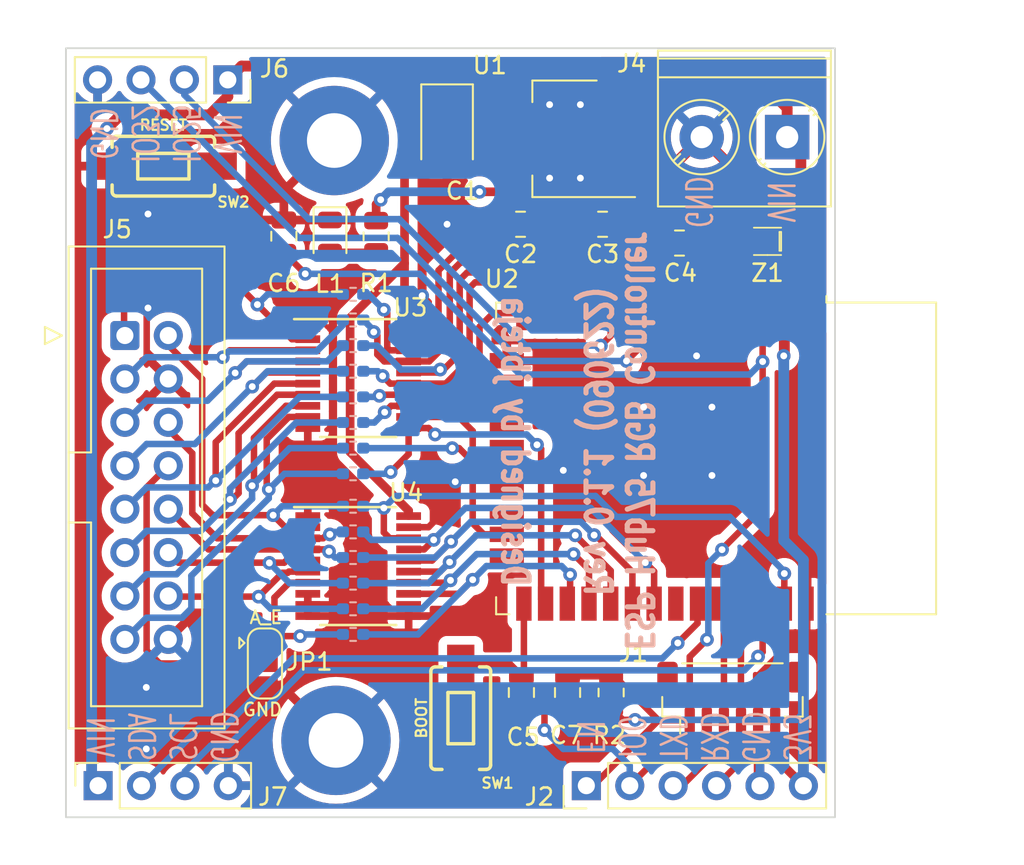
<source format=kicad_pcb>
(kicad_pcb (version 20211014) (generator pcbnew)
  (layers (0 "F.Cu" signal) (31 "B.Cu" signal) (34 "B.Paste" user) (35 "F.Paste" user) (36 "B.SilkS" user "B.Silkscreen") (37 "F.SilkS" user "F.Silkscreen") (38 "B.Mask" user) (39 "F.Mask" user) (44 "Edge.Cuts" user))
  (net 0 "")
  (net 1 "+5V")
  (net 2 "GND")
  (net 3 "+3V3")
  (net 4 "/IO0")
  (net 5 "/EN")
  (net 6 "Net-(L1-Pad2)")
  (net 7 "/TXD")
  (net 8 "/RXD")
  (net 9 "/R1")
  (net 10 "/B1")
  (net 11 "/R2")
  (net 12 "/B2")
  (net 13 "/A_A")
  (net 14 "/A_C")
  (net 15 "/CLK")
  (net 16 "/OE")
  (net 17 "/G1")
  (net 18 "/G2")
  (net 19 "Net-(J5-Pad8)")
  (net 20 "/A_B")
  (net 21 "/A_D")
  (net 22 "/LAT")
  (net 23 "/A_E")
  (net 28 "/IO32")
  (net 29 "/IO33")
  (net 30 "/IO25")
  (net 31 "/IO26")
  (net 32 "/IO27")
  (net 33 "/IO14")
  (net 34 "/IO12")
  (net 35 "/IO13")
  (net 42 "/IO15")
  (net 44 "/IO4")
  (net 45 "/IO16")
  (net 46 "/IO17")
  (net 47 "/IO5")
  (net 48 "/IO18")
  (net 49 "/IO19")
  (net 51 "/SDA")
  (net 52 "/SCL")
  (net 53 "/IO23")
  (footprint "Capacitor_SMD:C_0805_2012Metric" (layer "F.Cu") (at 214.4 104.3)
    (fp_text reference "C3")
    (fp_text value "22uF/25V")
  )
  (footprint "Package_SO:ETSSOP-20-1EP_4.4x6.5mm_P0.65mm_EP3x4.2mm" (layer "F.Cu") (at 200.1 113.3)
    (fp_text reference "U3")
    (fp_text value "74HCT245")
  )
  (footprint "Capacitor_SMD:C_0805_2012Metric" (layer "F.Cu") (at 218.9 105.4)
    (fp_text reference "C4")
    (fp_text value "0.1uF/25V")
  )
  (footprint "Connector_PinSocket_2.54mm:PinSocket_1x04_P2.54mm_Vertical" (layer "F.Cu") (at 192.47 95.85 -90)
    (fp_text reference "J6")
    (fp_text value "Conn_01x04")
  )
  (footprint "Package_TO_SOT_SMD:SOT-223-3_TabPin2" (layer "F.Cu") (at 212.2 99.3 180)
    (fp_text reference "U1")
    (fp_text value "AMS1117-3.3")
  )
  (footprint "TerminalBlock_Phoenix:TerminalBlock_Phoenix_PT-1,5-2-5.0-H_1x02_P5.00mm_Horizontal" (layer "F.Cu") (at 225.2 99.2 180)
    (fp_text reference "J4")
    (fp_text value "Screw_Terminal_01x02")
  )
  (footprint "Switches:TACTILE_SWITCH_SMD_6.0X3.5MM" (layer "F.Cu") (at 188.7 100.9)
    (fp_text reference "SW2")
    (fp_text value "RESET")
  )
  (footprint "Capacitor_SMD:C_0805_2012Metric" (layer "F.Cu") (at 195.75 105 -90)
    (fp_text reference "C6")
    (fp_text value "0.1uF/25V")
  )
  (footprint "LED_SMD:LED_0805_2012Metric" (layer "F.Cu") (at 198.45 104.9875 -90)
    (fp_text reference "L1")
    (fp_text value "RED")
  )
  (footprint "Connector_PinHeader_2.54mm:PinHeader_1x06_P2.54mm_Vertical" (layer "F.Cu") (at 213.45 137.15 90)
    (fp_text reference "J2")
    (fp_text value "Conn_01x06")
  )
  (footprint "Connector_IDC:IDC-Header_2x08_P2.54mm_Vertical" (layer "F.Cu") (at 186.4475 110.81)
    (fp_text reference "J5")
    (fp_text value "Conn_02x08_Odd_Even")
  )
  (footprint "Package_SO:ETSSOP-20-1EP_4.4x6.5mm_P0.65mm_EP3x4.2mm" (layer "F.Cu") (at 200.1 124.3)
    (fp_text reference "U4")
    (fp_text value "74HCT245")
  )
  (footprint "Capacitor_Tantalum_SMD:CP_EIA-3528-21_Kemet-B_Pad1.50x2.35mm_HandSolder" (layer "F.Cu") (at 205.3 98.75 -90)
    (fp_text reference "C1")
    (fp_text value "22uF/25V")
  )
  (footprint "Connector_PinSocket_2.54mm:PinSocket_1x04_P2.54mm_Vertical" (layer "F.Cu") (at 184.88 137.15 90)
    (fp_text reference "J7")
    (fp_text value "Conn_01x04")
  )
  (footprint "Resistor_SMD:R_0805_2012Metric" (layer "F.Cu") (at 214.9 131.7 90)
    (fp_text reference "R2")
    (fp_text value "10K")
  )
  (footprint "Connector_JST:JST_SH_BM06B-SRSS-TB_1x06-1MP_P1.00mm_Vertical" (layer "F.Cu") (at 222 132)
    (fp_text reference "J1")
    (fp_text value "Conn_01x06")
  )
  (footprint "Resistor_SMD:R_0805_2012Metric" (layer "F.Cu") (at 201.15 105 -90)
    (fp_text reference "R1")
    (fp_text value "1K")
  )
  (footprint "Capacitor_SMD:C_0805_2012Metric" (layer "F.Cu") (at 209.65 131.7 90)
    (fp_text reference "C5")
    (fp_text value "0.1uF/25V")
  )
  (footprint "Capacitor_SMD:C_0805_2012Metric" (layer "F.Cu") (at 209.6 104.3 180)
    (fp_text reference "C2")
    (fp_text value "22uF/25V")
  )
  (footprint "MountingHole:MountingHole_3.2mm_M3_Pad" (layer "F.Cu") (at 198.7 99.4)
    (fp_text reference "H1" hide)
    (fp_text value "MountingHole")
  )
  (footprint "RF_Module:ESP32-WROOM-32" (layer "F.Cu") (at 218.05 118 -90)
    (fp_text reference "U2")
    (fp_text value "ESP32-WROOM-32E")
  )
  (footprint "Switches:TACTILE_SWITCH_SMD_6.0X3.5MM" (layer "F.Cu") (at 206.1 133.2 90)
    (fp_text reference "SW1")
    (fp_text value "BOOT")
  )
  (footprint "MountingHole:MountingHole_3.2mm_M3_Pad" (layer "F.Cu") (at 198.8 134.5)
    (fp_text reference "H2" hide)
    (fp_text value "MountingHole")
  )
  (footprint "digikey-footprints:SOD-80" (layer "F.Cu") (at 224.05 105.3 180)
    (fp_text reference "Z1")
    (fp_text value "1N5231BTR (5.1V)")
  )
  (footprint "Jumper:SolderJumper-3_P1.3mm_Open_RoundedPad1.0x1.5mm" (layer "F.Cu") (at 194.6425 130 -90)
    (fp_text reference "JP1")
    (fp_text value "SolderJumper_3_Open")
  )
  (footprint "Capacitor_SMD:C_0805_2012Metric" (layer "F.Cu") (at 212.35 131.7 -90)
    (fp_text reference "C7")
    (fp_text value "0.1uF/25V")
  )
  (footprint "Resistor_SMD:R_0402_1005Metric_Pad0.72x0.64mm_HandSolder" (layer "B.Cu") (at 199.8 115.9)
    (fp_text reference "JP10" hide)
    (fp_text value "SolderJumper_2_Open")
  )
  (footprint "Resistor_SMD:R_0402_1005Metric_Pad0.72x0.64mm_HandSolder" (layer "B.Cu") (at 199.8 122.3)
    (fp_text reference "JP7" hide)
    (fp_text value "SolderJumper_2_Open")
  )
  (footprint "Resistor_SMD:R_0402_1005Metric_Pad0.72x0.64mm_HandSolder" (layer "B.Cu") (at 199.8 108.4)
    (fp_text reference "JP2" hide)
    (fp_text value "SolderJumper_2_Open")
  )
  (footprint "Resistor_SMD:R_0402_1005Metric_Pad0.72x0.64mm_HandSolder" (layer "B.Cu") (at 199.8 118.9)
    (fp_text reference "JP15" hide)
    (fp_text value "SolderJumper_2_Open")
  )
  (footprint "Resistor_SMD:R_0402_1005Metric_Pad0.72x0.64mm_HandSolder" (layer "B.Cu") (at 199.8 123.8)
    (fp_text reference "JP9" hide)
    (fp_text value "SolderJumper_2_Open")
  )
  (footprint "Resistor_SMD:R_0402_1005Metric_Pad0.72x0.64mm_HandSolder" (layer "B.Cu") (at 199.8 111.4)
    (fp_text reference "JP4" hide)
    (fp_text value "SolderJumper_2_Open")
  )
  (footprint "Resistor_SMD:R_0402_1005Metric_Pad0.72x0.64mm_HandSolder" (layer "B.Cu") (at 199.8 112.9)
    (fp_text reference "JP5" hide)
    (fp_text value "SolderJumper_2_Open")
  )
  (footprint "Resistor_SMD:R_0402_1005Metric_Pad0.72x0.64mm_HandSolder" (layer "B.Cu") (at 199.8 125.3)
    (fp_text reference "JP11" hide)
    (fp_text value "SolderJumper_2_Open")
  )
  (footprint "Resistor_SMD:R_0402_1005Metric_Pad0.72x0.64mm_HandSolder" (layer "B.Cu") (at 199.7975 114.4)
    (fp_text reference "JP8" hide)
    (fp_text value "SolderJumper_2_Open")
  )
  (footprint "Resistor_SMD:R_0402_1005Metric_Pad0.72x0.64mm_HandSolder" (layer "B.Cu") (at 199.8 120.8)
    (fp_text reference "JP6" hide)
    (fp_text value "SolderJumper_2_Open")
  )
  (footprint "Resistor_SMD:R_0402_1005Metric_Pad0.72x0.64mm_HandSolder" (layer "B.Cu") (at 199.8 126.8)
    (fp_text reference "JP14" hide)
    (fp_text value "SolderJumper_2_Open")
  )
  (footprint "Resistor_SMD:R_0402_1005Metric_Pad0.72x0.64mm_HandSolder" (layer "B.Cu") (at 199.8025 128.3)
    (fp_text reference "JP12" hide)
    (fp_text value "SolderJumper_2_Open")
  )
  (footprint "Resistor_SMD:R_0402_1005Metric_Pad0.72x0.64mm_HandSolder" (layer "B.Cu") (at 199.8 109.9)
    (fp_text reference "JP3" hide)
    (fp_text value "SolderJumper_2_Open")
  )
  (footprint "Resistor_SMD:R_0402_1005Metric_Pad0.72x0.64mm_HandSolder" (layer "B.Cu") (at 199.8 117.4)
    (fp_text reference "JP13" hide)
    (fp_text value "SolderJumper_2_Open")
  )
  (gr_rect (start 183 94) (end 228 139) (layer "Edge.Cuts") (width 0.1) (fill none))
  (gr_text "ESP Hub75 RGB Controller\nRev 0.1.1 (090622)\n\nDesigned by jbteja" (at 212.9 117 -90) (layer "B.SilkS") (effects (font (size 1.5 1.2) (thickness 0.3)) (justify mirror)))
  (gr_text "VIN\nIO25\nIO32\nGND" (at 188.8 99 -90) (layer "B.SilkS") (effects (font (size 1.5 1)) (justify mirror)))
  (gr_text "GND\nSCL\nSDA\nVIN" (at 188.6 134.3 -90) (layer "B.SilkS") (effects (font (size 1.5 1)) (justify mirror)))
  (gr_text "3V3\nGND\nRXD\nTXD\nIO0\nEN" (at 219.7 134.3 -90) (layer "B.SilkS") (effects (font (size 1.5 1)) (justify mirror)))
  (gr_text "VIN\n\nGND" (at 222.4 103 -90) (layer "B.SilkS") (effects (font (size 1.5 1)) (justify mirror)))
  (gr_text "A_E" (at 194.7 127.3) (layer "F.SilkS") (effects (font (size 0.75 0.75) (thickness 0.125))))
  (gr_text "GND" (at 194.5 132.7) (layer "F.SilkS") (effects (font (size 0.75 0.75) (thickness 0.125))))
  (segment (start 202.81195 99.61305) (end 202.81195 106.58805) (width 0.508) (layer "F.Cu") (net 1))
  (segment (start 205.3 97.125) (end 207.381234 95.043766) (width 0.508) (layer "F.Cu") (net 1))
  (segment (start 225.2 99.2) (end 225.2 97.5) (width 0.635) (layer "F.Cu") (net 1))
  (segment (start 224.7 97) (end 215.35 97) (width 0.635) (layer "F.Cu") (net 1))
  (segment (start 213.393766 95.043766) (end 208.156234 95.043766) (width 0.635) (layer "F.Cu") (net 1))
  (segment (start 203.05 121.057048) (end 199.627171 117.634219) (width 0.508) (layer "F.Cu") (net 1))
  (segment (start 199.627171 117.634219) (end 199.627171 109.772829) (width 0.508) (layer "F.Cu") (net 1))
  (segment (start 205.3 97.125) (end 202.81195 99.61305) (width 0.508) (layer "F.Cu") (net 1))
  (segment (start 225.2 99.2) (end 226 100) (width 0.635) (layer "F.Cu") (net 1))
  (segment (start 192.47 96.83) (end 191.4 97.9) (width 0.635) (layer "F.Cu") (net 1))
  (segment (start 207.381234 95.043766) (end 208.156234 95.043766) (width 0.508) (layer "F.Cu") (net 1))
  (segment (start 193.276234 95.043766) (end 192.47 95.85) (width 0.635) (layer "F.Cu") (net 1))
  (segment (start 199.627171 109.772829) (end 202.81195 106.58805) (width 0.508) (layer "F.Cu") (net 1))
  (segment (start 191.4 97.9) (end 186.2 97.9) (width 0.635) (layer "F.Cu") (net 1))
  (segment (start 186.2 97.9) (end 185.4 98.7) (width 0.635) (layer "F.Cu") (net 1))
  (segment (start 215.35 97) (end 213.393766 95.043766) (width 0.635) (layer "F.Cu") (net 1))
  (segment (start 192.47 95.85) (end 192.47 96.83) (width 0.635) (layer "F.Cu") (net 1))
  (segment (start 208.156234 95.043766) (end 193.276234 95.043766) (width 0.635) (layer "F.Cu") (net 1))
  (segment (start 202.81195 110.13695) (end 203.021489 110.346489) (width 0.508) (layer "F.Cu") (net 1))
  (segment (start 202.81195 106.58805) (end 202.81195 110.13695) (width 0.508) (layer "F.Cu") (net 1))
  (segment (start 203.05 121.346489) (end 203.05 121.057048) (width 0.508) (layer "F.Cu") (net 1))
  (segment (start 226 100) (end 226 105.3) (width 0.635) (layer "F.Cu") (net 1))
  (segment (start 203.021489 110.346489) (end 203.05 110.346489) (width 0.508) (layer "F.Cu") (net 1))
  (segment (start 225.2 97.5) (end 224.7 97) (width 0.635) (layer "F.Cu") (net 1))
  (via (at 185.4 98.7) (size 0.8) (drill 0.4) (layers "F.Cu" "B.Cu") (net 1))
  (segment (start 184.5 136.77) (end 184.88 137.15) (width 0.635) (layer "B.Cu") (net 1))
  (segment (start 185.4 98.7) (end 184.5 99.6) (width 0.635) (layer "B.Cu") (net 1))
  (segment (start 184.5 99.6) (end 184.5 136.77) (width 0.635) (layer "B.Cu") (net 1))
  (segment (start 215.35 101.6) (end 215.35 104.3) (width 0.635) (layer "F.Cu") (net 2))
  (segment (start 203.914505 111.025) (end 203.05 111.025) (width 0.381) (layer "F.Cu") (net 2))
  (segment (start 223.319022 105.3) (end 222.3 105.3) (width 0.635) (layer "F.Cu") (net 2))
  (segment (start 222.3 101.3) (end 222.3 105.3) (width 0.635) (layer "F.Cu") (net 2))
  (segment (start 217.5 101.6) (end 215.35 101.6) (width 0.635) (layer "F.Cu") (net 2))
  (segment (start 222.3 105.3) (end 222.1 105.3) (width 0.635) (layer "F.Cu") (net 2))
  (segment (start 188.9875 113.35) (end 187.72392 112.08642) (width 0.381) (layer "F.Cu") (net 2))
  (segment (start 223.5 137.04) (end 223.61 137.15) (width 0.508) (layer "F.Cu") (net 2))
  (segment (start 222 105.4) (end 222.1 105.3) (width 0.635) (layer "F.Cu") (net 2))
  (segment (start 223.5 133.325) (end 223.5 137.04) (width 0.508) (layer "F.Cu") (net 2))
  (segment (start 187.72392 109.27608) (end 187.8 109.2) (width 0.381) (layer "F.Cu") (net 2))
  (segment (start 205.776763 120.462861) (end 204.214624 122.025) (width 0.381) (layer "F.Cu") (net 2))
  (segment (start 223.5 130.8) (end 223.5 133.325) (width 0.508) (layer "F.Cu") (net 2))
  (segment (start 226.305 108.285978) (end 223.319022 105.3) (width 0.635) (layer "F.Cu") (net 2))
  (segment (start 187.72392 112.08642) (end 187.72392 109.27608) (width 0.381) (layer "F.Cu") (net 2))
  (segment (start 226.305 126.5) (end 226.305 127.995) (width 0.508) (layer "F.Cu") (net 2))
  (segment (start 220.2 99.2) (end 222.3 101.3) (width 0.635) (layer "F.Cu") (net 2))
  (segment (start 204.21948 108.857689) (end 204.21948 110.720025) (width 0.381) (layer "F.Cu") (net 2))
  (segment (start 226.305 127.995) (end 223.5 130.8) (width 0.508) (layer "F.Cu") (net 2))
  (segment (start 204.21948 110.720025) (end 203.914505 111.025) (width 0.381) (layer "F.Cu") (net 2))
  (segment (start 226.305 109.5) (end 226.305 108.285978) (width 0.635) (layer "F.Cu") (net 2))
  (segment (start 219.85 105.4) (end 222 105.4) (width 0.635) (layer "F.Cu") (net 2))
  (segment (start 205.776763 119.36693) (end 205.776763 120.462861) (width 0.381) (layer "F.Cu") (net 2))
  (segment (start 226.305 109.5) (end 226.305 126.5) (width 0.635) (layer "F.Cu") (net 2))
  (segment (start 198.45 104.05) (end 195.75 104.05) (width 0.381) (layer "F.Cu") (net 2))
  (segment (start 220.2 99.2) (end 217.8 101.6) (width 0.635) (layer "F.Cu") (net 2))
  (segment (start 203.842016 108.480225) (end 204.21948 108.857689) (width 0.381) (layer "F.Cu") (net 2))
  (segment (start 204.214624 122.025) (end 203.05 122.025) (width 0.381) (layer "F.Cu") (net 2))
  (via (at 211.3 97.3) (size 0.8) (drill 0.4) (layers "F.Cu" "B.Cu") (net 2))
  (via (at 220.8 115) (size 0.8) (drill 0.4) (layers "F.Cu" "B.Cu") (net 2))
  (via (at 220.8 119) (size 0.8) (drill 0.4) (layers "F.Cu" "B.Cu") (net 2))
  (via (at 216.8 115) (size 0.8) (drill 0.4) (layers "F.Cu" "B.Cu") (net 2))
  (via (at 213.1 101.6) (size 0.8) (drill 0.4) (layers "F.Cu" "B.Cu") (net 2))
  (via (at 211.3 101.6) (size 0.8) (drill 0.4) (layers "F.Cu" "B.Cu") (net 2))
  (via (at 187.7 135) (size 0.8) (drill 0.4) (layers "F.Cu" "B.Cu") (net 2))
  (via (at 212.1 118.7) (size 0.8) (drill 0.4) (layers "F.Cu" "B.Cu") (net 2))
  (via (at 219.9 112) (size 0.8) (drill 0.4) (layers "F.Cu" "B.Cu") (net 2))
  (via (at 203.842016 108.480225) (size 0.8) (drill 0.4) (layers "F.Cu" "B.Cu") (net 2))
  (via (at 213.1 97.3) (size 0.8) (drill 0.4) (layers "F.Cu" "B.Cu") (net 2))
  (via (at 187.8 109.2) (size 0.8) (drill 0.4) (layers "F.Cu" "B.Cu") (net 2))
  (via (at 205.3 104.3) (size 0.8) (drill 0.4) (layers "F.Cu" "B.Cu") (net 2))
  (via (at 187.8 103.7) (size 0.8) (drill 0.4) (layers "F.Cu" "B.Cu") (net 2))
  (via (at 205.776763 119.36693) (size 0.8) (drill 0.4) (layers "F.Cu" "B.Cu") (net 2))
  (via (at 187.7 131.4) (size 0.8) (drill 0.4) (layers "F.Cu" "B.Cu") (net 2))
  (via (at 216.8 119) (size 0.8) (drill 0.4) (layers "F.Cu" "B.Cu") (net 2))
  (segment (start 205.776763 119.36693) (end 206.443693 118.7) (width 0.381) (layer "B.Cu") (net 2))
  (segment (start 206.443693 118.7) (end 212.1 118.7) (width 0.381) (layer "B.Cu") (net 2))
  (segment (start 223.799022 107.05) (end 218.4 107.05) (width 0.635) (layer "F.Cu") (net 3))
  (segment (start 225.035 111.965) (end 225 112) (width 0.635) (layer "F.Cu") (net 3))
  (segment (start 201.415712 102.864647) (end 201.15 103.130359) (width 0.508) (layer "F.Cu") (net 3))
  (segment (start 215.35 99.3) (end 209.05 99.3) (width 0.635) (layer "F.Cu") (net 3))
  (segment (start 217.95 106.6) (end 217.95 105.4) (width 0.635) (layer "F.Cu") (net 3))
  (segment (start 225.035 109.5) (end 225.035 108.285978) (width 0.635) (layer "F.Cu") (net 3))
  (segment (start 209.05 99.3) (end 209.05 102.25) (width 0.635) (layer "F.Cu") (net 3))
  (segment (start 225.035 109.5) (end 225.035 111.965) (width 0.635) (layer "F.Cu") (net 3))
  (segment (start 210.55 104.3) (end 213.45 104.3) (width 0.635) (layer "F.Cu") (net 3))
  (segment (start 226.15 137.15) (end 224.5 135.5) (width 0.508) (layer "F.Cu") (net 3))
  (segment (start 215.5875 133.3) (end 216.3 133.3) (width 0.381) (layer "F.Cu") (net 3))
  (segment (start 214.9 132.6125) (end 215.5875 133.3) (width 0.381) (layer "F.Cu") (net 3))
  (segment (start 209.05 102.25) (end 209.05 102.8) (width 0.635) (layer "F.Cu") (net 3))
  (segment (start 225.035 108.285978) (end 223.799022 107.05) (width 0.635) (layer "F.Cu") (net 3))
  (segment (start 213.45 104.4) (end 213.45 104.3) (width 0.635) (layer "F.Cu") (net 3))
  (segment (start 224.5 135.5) (end 224.5 133.325) (width 0.508) (layer "F.Cu") (net 3))
  (segment (start 207.2 102.4) (end 208.9 102.4) (width 0.508) (layer "F.Cu") (net 3))
  (segment (start 217.45 105.9) (end 217.95 105.4) (width 0.635) (layer "F.Cu") (net 3))
  (segment (start 214.95 105.9) (end 217.45 105.9) (width 0.635) (layer "F.Cu") (net 3))
  (segment (start 218.4 107.05) (end 217.95 106.6) (width 0.635) (layer "F.Cu") (net 3))
  (segment (start 208.9 102.4) (end 209.05 102.25) (width 0.508) (layer "F.Cu") (net 3))
  (segment (start 209.05 102.8) (end 210.55 104.3) (width 0.635) (layer "F.Cu") (net 3))
  (segment (start 201.15 103.130359) (end 201.15 104.0875) (width 0.508) (layer "F.Cu") (net 3))
  (segment (start 214.95 105.9) (end 213.45 104.4) (width 0.635) (layer "F.Cu") (net 3))
  (via (at 201.415712 102.864647) (size 0.8) (drill 0.4) (layers "F.Cu" "B.Cu") (net 3))
  (via (at 207.2 102.4) (size 0.8) (drill 0.4) (layers "F.Cu" "B.Cu") (net 3))
  (via (at 216.3 133.3) (size 0.8) (drill 0.4) (layers "F.Cu" "B.Cu") (net 3))
  (via (at 225 112) (size 0.8) (drill 0.4) (layers "F.Cu" "B.Cu") (net 3))
  (segment (start 216.3 133.3) (end 225.737048 133.3) (width 0.381) (layer "B.Cu") (net 3))
  (segment (start 225 122.8) (end 225 112) (width 0.635) (layer "B.Cu") (net 3))
  (segment (start 226.15 137.15) (end 226.15 132.65) (width 0.635) (layer "B.Cu") (net 3))
  (segment (start 225.737048 133.3) (end 226.15 132.887048) (width 0.381) (layer "B.Cu") (net 3))
  (segment (start 226.15 132.65) (end 226.15 123.95) (width 0.635) (layer "B.Cu") (net 3))
  (segment (start 226.15 123.95) (end 225 122.8) (width 0.635) (layer "B.Cu") (net 3))
  (segment (start 201.880359 102.4) (end 207.2 102.4) (width 0.508) (layer "B.Cu") (net 3))
  (segment (start 201.415712 102.864647) (end 201.880359 102.4) (width 0.508) (layer "B.Cu") (net 3))
  (segment (start 226.15 132.887048) (end 226.15 132.65) (width 0.381) (layer "B.Cu") (net 3))
  (segment (start 211 132.9) (end 211 133.9) (width 0.381) (layer "F.Cu") (net 4))
  (segment (start 209.65 130.75) (end 211 132.1) (width 0.381) (layer "F.Cu") (net 4))
  (segment (start 209.795 126.5) (end 209.795 130.555) (width 0.381) (layer "F.Cu") (net 4))
  (segment (start 219.5 135.4) (end 217.74 135.4) (width 0.381) (layer "F.Cu") (net 4))
  (segment (start 209.0004 130.0504) (end 209.65 130.7) (width 0.381) (layer "F.Cu") (net 4))
  (segment (start 211 132.1) (end 211 132.9) (width 0.381) (layer "F.Cu") (net 4))
  (segment (start 206.1 130.0504) (end 209.0004 130.0504) (width 0.381) (layer "F.Cu") (net 4))
  (segment (start 220.5 134.4) (end 219.5 135.4) (width 0.381) (layer "F.Cu") (net 4))
  (segment (start 220.5 133.325) (end 220.5 134.4) (width 0.381) (layer "F.Cu") (net 4))
  (segment (start 217.74 135.4) (end 215.99 137.15) (width 0.381) (layer "F.Cu") (net 4))
  (via (at 211 133.9) (size 0.8) (drill 0.4) (layers "F.Cu" "B.Cu") (net 4))
  (segment (start 212.1 135) (end 211 133.9) (width 0.381) (layer "B.Cu") (net 4))
  (segment (start 215.99 137.15) (end 215.99 135.99) (width 0.381) (layer "B.Cu") (net 4))
  (segment (start 215.99 135.99) (end 215 135) (width 0.381) (layer "B.Cu") (net 4))
  (segment (start 215 135) (end 212.1 135) (width 0.381) (layer "B.Cu") (net 4))
  (segment (start 212.35 130.75) (end 214.8625 130.75) (width 0.381) (layer "F.Cu") (net 5))
  (segment (start 217.675 133.325) (end 219.5 133.325) (width 0.381) (layer "F.Cu") (net 5))
  (segment (start 219.5 129.608837) (end 219.5 133.325) (width 0.381) (layer "F.Cu") (net 5))
  (segment (start 194.45 105.95) (end 195.75 105.95) (width 0.381) (layer "F.Cu") (net 5))
  (segment (start 221.388104 123.340253) (end 221.388104 123.311896) (width 0.381) (layer "F.Cu") (net 5))
  (segment (start 213.85 137.15) (end 217.675 133.325) (width 0.381) (layer "F.Cu") (net 5))
  (segment (start 191.8496 103.3496) (end 194.45 105.95) (width 0.381) (layer "F.Cu") (net 5))
  (segment (start 214.9 130.7875) (end 215.1375 130.7875) (width 0.381) (layer "F.Cu") (net 5))
  (segment (start 223.765 120.935) (end 223.765 112.335) (width 0.381) (layer "F.Cu") (net 5))
  (segment (start 213.45 137.15) (end 213.85 137.15) (width 0.381) (layer "F.Cu") (net 5))
  (segment (start 214.8625 130.75) (end 214.9 130.7875) (width 0.381) (layer "F.Cu") (net 5))
  (segment (start 221.388104 123.311896) (end 223.765 120.935) (width 0.381) (layer "F.Cu") (net 5))
  (segment (start 191.8496 100.9) (end 191.8496 103.3496) (width 0.381) (layer "F.Cu") (net 5))
  (segment (start 215.1375 130.7875) (end 217.675 133.325) (width 0.381) (layer "F.Cu") (net 5))
  (segment (start 195.75 105.95) (end 197 107.2) (width 0.381) (layer "F.Cu") (net 5))
  (segment (start 220.508838 128.599999) (end 219.5 129.608837) (width 0.381) (layer "F.Cu") (net 5))
  (segment (start 223.765 112.335) (end 223.765 109.5) (width 0.381) (layer "F.Cu") (net 5))
  (via (at 221.388104 123.340253) (size 0.8) (drill 0.4) (layers "F.Cu" "B.Cu") (net 5))
  (via (at 220.508838 128.599999) (size 0.8) (drill 0.4) (layers "F.Cu" "B.Cu") (net 5))
  (via (at 197 107.2) (size 0.8) (drill 0.4) (layers "F.Cu" "B.Cu") (net 5))
  (via (at 223.765 112.335) (size 0.8) (drill 0.4) (layers "F.Cu" "B.Cu") (net 5))
  (segment (start 220.587884 124.140473) (end 221.388104 123.340253) (width 0.381) (layer "B.Cu") (net 5))
  (segment (start 223.009989 113.090011) (end 223.765 112.335) (width 0.381) (layer "B.Cu") (net 5))
  (segment (start 209.569031 113.090011) (end 223.009989 113.090011) (width 0.381) (layer "B.Cu") (net 5))
  (segment (start 220.508838 128.599999) (end 220.587884 128.520953) (width 0.381) (layer "B.Cu") (net 5))
  (segment (start 197 107.2) (end 203.67902 107.2) (width 0.381) (layer "B.Cu") (net 5))
  (segment (start 203.67902 107.2) (end 209.569031 113.090011) (width 0.381) (layer "B.Cu") (net 5))
  (segment (start 220.587884 128.520953) (end 220.587884 124.140473) (width 0.381) (layer "B.Cu") (net 5))
  (segment (start 198.4625 105.9125) (end 198.45 105.925) (width 0.381) (layer "F.Cu") (net 6))
  (segment (start 201.15 105.9125) (end 198.4625 105.9125) (width 0.381) (layer "F.Cu") (net 6))
  (segment (start 221.225 126.5) (end 221.5 126.775) (width 0.381) (layer "F.Cu") (net 7))
  (segment (start 221.5 134.7) (end 221.5 133.325) (width 0.381) (layer "F.Cu") (net 7))
  (segment (start 219.05 137.15) (end 221.5 134.7) (width 0.381) (layer "F.Cu") (net 7))
  (segment (start 221.5 126.775) (end 221.5 133.325) (width 0.381) (layer "F.Cu") (net 7))
  (segment (start 218.53 137.15) (end 219.05 137.15) (width 0.381) (layer "F.Cu") (net 7))
  (segment (start 222.495 126.5) (end 222.495 133.32) (width 0.381) (layer "F.Cu") (net 8))
  (segment (start 222.5 133.325) (end 222.5 135.72) (width 0.381) (layer "F.Cu") (net 8))
  (segment (start 222.5 135.72) (end 221.07 137.15) (width 0.381) (layer "F.Cu") (net 8))
  (segment (start 222.495 133.32) (end 222.5 133.325) (width 0.381) (layer "F.Cu") (net 8))
  (segment (start 197.15 111.025) (end 196.225 111.025) (width 0.381) (layer "F.Cu") (net 9))
  (segment (start 187.2 108.3) (end 186.4 109.1) (width 0.381) (layer "F.Cu") (net 9))
  (segment (start 193.5 108.3) (end 187.2 108.3) (width 0.381) (layer "F.Cu") (net 9))
  (segment (start 186.4 110.7625) (end 186.4475 110.81) (width 0.381) (layer "F.Cu") (net 9))
  (segment (start 186.4 109.1) (end 186.4 110.7625) (width 0.381) (layer "F.Cu") (net 9))
  (segment (start 196.225 111.025) (end 194.2 109) (width 0.381) (layer "F.Cu") (net 9))
  (segment (start 194.2 109) (end 193.5 108.3) (width 0.381) (layer "F.Cu") (net 9))
  (via (at 194.2 109) (size 0.8) (drill 0.4) (layers "F.Cu" "B.Cu") (net 9))
  (segment (start 199.2025 108.4) (end 194.8 108.4) (width 0.381) (layer "B.Cu") (net 9))
  (segment (start 194.8 108.4) (end 194.2 109) (width 0.381) (layer "B.Cu") (net 9))
  (segment (start 197.15 111.675) (end 192.587106 111.675) (width 0.381) (layer "F.Cu") (net 10))
  (segment (start 192.587106 111.675) (end 192.181053 112.081053) (width 0.381) (layer "F.Cu") (net 10))
  (via (at 192.181053 112.081053) (size 0.8) (drill 0.4) (layers "F.Cu" "B.Cu") (net 10))
  (segment (start 192.523146 111.73896) (end 192.181053 112.081053) (width 0.381) (layer "B.Cu") (net 10))
  (segment (start 199.2025 110.2) (end 197.66354 111.73896) (width 0.381) (layer "B.Cu") (net 10))
  (segment (start 192.181053 112.081053) (end 187.716447 112.081053) (width 0.381) (layer "B.Cu") (net 10))
  (segment (start 187.716447 112.081053) (end 186.4475 113.35) (width 0.381) (layer "B.Cu") (net 10))
  (segment (start 197.66354 111.73896) (end 192.523146 111.73896) (width 0.381) (layer "B.Cu") (net 10))
  (segment (start 197.15 112.325) (end 193.575 112.325) (width 0.381) (layer "F.Cu") (net 11))
  (segment (start 193.575 112.325) (end 192.9 113) (width 0.381) (layer "F.Cu") (net 11))
  (via (at 192.9 113) (size 0.8) (drill 0.4) (layers "F.Cu" "B.Cu") (net 11))
  (segment (start 199.2025 111.4) (end 198.28302 112.31948) (width 0.381) (layer "B.Cu") (net 11))
  (segment (start 197.91948 112.31948) (end 193.58052 112.31948) (width 0.381) (layer "B.Cu") (net 11))
  (segment (start 198.28302 112.31948) (end 197.91948 112.31948) (width 0.381) (layer "B.Cu") (net 11))
  (segment (start 191.277378 114.622622) (end 187.714878 114.622622) (width 0.381) (layer "B.Cu") (net 11))
  (segment (start 193.58052 112.31948) (end 192.9 113) (width 0.381) (layer "B.Cu") (net 11))
  (segment (start 187.714878 114.622622) (end 186.4475 115.89) (width 0.381) (layer "B.Cu") (net 11))
  (segment (start 192.9 113) (end 191.277378 114.622622) (width 0.381) (layer "B.Cu") (net 11))
  (segment (start 197.15 112.975) (end 194.725 112.975) (width 0.381) (layer "F.Cu") (net 12))
  (segment (start 194.725 112.975) (end 193.9 113.8) (width 0.381) (layer "F.Cu") (net 12))
  (via (at 193.9 113.8) (size 0.8) (drill 0.4) (layers "F.Cu" "B.Cu") (net 12))
  (segment (start 199.2025 112.9) (end 194.8 112.9) (width 0.381) (layer "B.Cu") (net 12))
  (segment (start 194.8 112.9) (end 193.9 113.8) (width 0.381) (layer "B.Cu") (net 12))
  (segment (start 190.542114 117.157886) (end 187.719614 117.157886) (width 0.381) (layer "B.Cu") (net 12))
  (segment (start 193.9 113.8) (end 190.542114 117.157886) (width 0.381) (layer "B.Cu") (net 12))
  (segment (start 187.719614 117.157886) (end 186.4475 118.43) (width 0.381) (layer "B.Cu") (net 12))
  (segment (start 191.762352 119.302852) (end 191.762352 117.054878) (width 0.381) (layer "F.Cu") (net 13))
  (segment (start 191.762352 117.054878) (end 195.19223 113.625) (width 0.381) (layer "F.Cu") (net 13))
  (segment (start 195.19223 113.625) (end 197.15 113.625) (width 0.381) (layer "F.Cu") (net 13))
  (via (at 191.762352 119.302852) (size 0.8) (drill 0.4) (layers "F.Cu" "B.Cu") (net 13))
  (segment (start 187.719089 119.698411) (end 186.4475 120.97) (width 0.381) (layer "B.Cu") (net 13))
  (segment (start 196.665204 114.4) (end 191.762352 119.302852) (width 0.381) (layer "B.Cu") (net 13))
  (segment (start 199.2 114.4) (end 196.665204 114.4) (width 0.381) (layer "B.Cu") (net 13))
  (segment (start 191.762352 119.302852) (end 191.725307 119.302852) (width 0.381) (layer "B.Cu") (net 13))
  (segment (start 191.725307 119.302852) (end 191.329748 119.698411) (width 0.381) (layer "B.Cu") (net 13))
  (segment (start 191.329748 119.698411) (end 187.719089 119.698411) (width 0.381) (layer "B.Cu") (net 13))
  (segment (start 192.733911 120.4) (end 192.6 120.4) (width 0.381) (layer "F.Cu") (net 14))
  (segment (start 193.100896 116.537314) (end 195.36321 114.275) (width 0.381) (layer "F.Cu") (net 14))
  (segment (start 193.100896 120.033015) (end 192.733911 120.4) (width 0.381) (layer "F.Cu") (net 14))
  (segment (start 193.100896 120.033015) (end 193.100896 116.537314) (width 0.381) (layer "F.Cu") (net 14))
  (segment (start 195.36321 114.275) (end 197.15 114.275) (width 0.381) (layer "F.Cu") (net 14))
  (via (at 192.6 120.4) (size 0.8) (drill 0.4) (layers "F.Cu" "B.Cu") (net 14))
  (segment (start 187.715408 122.242092) (end 186.4475 123.51) (width 0.381) (layer "B.Cu") (net 14))
  (segment (start 192.601222 120.398778) (end 192.6 120.4) (width 0.381) (layer "B.Cu") (net 14))
  (segment (start 196.473651 115.9) (end 192.601222 119.772429) (width 0.381) (layer "B.Cu") (net 14))
  (segment (start 192.6 120.533911) (end 190.891819 122.242092) (width 0.381) (layer "B.Cu") (net 14))
  (segment (start 192.601222 119.772429) (end 192.601222 120.398778) (width 0.381) (layer "B.Cu") (net 14))
  (segment (start 192.6 120.4) (end 192.6 120.533911) (width 0.381) (layer "B.Cu") (net 14))
  (segment (start 190.891819 122.242092) (end 187.715408 122.242092) (width 0.381) (layer "B.Cu") (net 14))
  (segment (start 199.2025 115.9) (end 196.473651 115.9) (width 0.381) (layer "B.Cu") (net 14))
  (segment (start 195.87302 114.925) (end 197.15 114.925) (width 0.381) (layer "F.Cu") (net 15))
  (segment (start 193.890896 119.6) (end 194.001956 119.48894) (width 0.381) (layer "F.Cu") (net 15))
  (segment (start 194.001956 116.796064) (end 195.87302 114.925) (width 0.381) (layer "F.Cu") (net 15))
  (segment (start 194.001956 119.48894) (end 194.001956 116.796064) (width 0.381) (layer "F.Cu") (net 15))
  (via (at 193.890896 119.6) (size 0.8) (drill 0.4) (layers "F.Cu" "B.Cu") (net 15))
  (segment (start 193.890896 119.6) (end 193.890896 120.360245) (width 0.381) (layer "B.Cu") (net 15))
  (segment (start 196.090896 117.4) (end 193.890896 119.6) (width 0.381) (layer "B.Cu") (net 15))
  (segment (start 189.471146 124.779995) (end 187.717505 124.779995) (width 0.381) (layer "B.Cu") (net 15))
  (segment (start 193.890896 120.360245) (end 189.471146 124.779995) (width 0.381) (layer "B.Cu") (net 15))
  (segment (start 187.717505 124.779995) (end 186.4475 126.05) (width 0.381) (layer "B.Cu") (net 15))
  (segment (start 199.2025 117.4) (end 196.090896 117.4) (width 0.381) (layer "B.Cu") (net 15))
  (segment (start 196.044 115.575) (end 197.15 115.575) (width 0.381) (layer "F.Cu") (net 16))
  (segment (start 194.866384 119.81778) (end 194.747413 119.698809) (width 0.381) (layer "F.Cu") (net 16))
  (segment (start 194.747413 119.698809) (end 194.747413 116.871587) (width 0.381) (layer "F.Cu") (net 16))
  (segment (start 194.747413 116.871587) (end 196.044 115.575) (width 0.381) (layer "F.Cu") (net 16))
  (via (at 194.866384 119.81778) (size 0.8) (drill 0.4) (layers "F.Cu" "B.Cu") (net 16))
  (segment (start 190.337963 126.779285) (end 189.793876 127.323372) (width 0.381) (layer "B.Cu") (net 16))
  (segment (start 195.784164 118.9) (end 194.866384 119.81778) (width 0.381) (layer "B.Cu") (net 16))
  (segment (start 194.866384 120.337087) (end 190.337963 124.865508) (width 0.381) (layer "B.Cu") (net 16))
  (segment (start 199.2025 118.9) (end 195.784164 118.9) (width 0.381) (layer "B.Cu") (net 16))
  (segment (start 187.714128 127.323372) (end 186.4475 128.59) (width 0.381) (layer "B.Cu") (net 16))
  (segment (start 189.793876 127.323372) (end 187.714128 127.323372) (width 0.381) (layer "B.Cu") (net 16))
  (segment (start 194.866384 119.81778) (end 194.866384 120.337087) (width 0.381) (layer "B.Cu") (net 16))
  (segment (start 190.337963 124.865508) (end 190.337963 126.779285) (width 0.381) (layer "B.Cu") (net 16))
  (segment (start 188.9875 111.376338) (end 190.972352 113.36119) (width 0.381) (layer "F.Cu") (net 17))
  (segment (start 195.1227 121.3227) (end 191.580576 121.3227) (width 0.381) (layer "F.Cu") (net 17))
  (segment (start 188.9875 110.81) (end 188.9875 111.376338) (width 0.381) (layer "F.Cu") (net 17))
  (segment (start 195.825 122.025) (end 195.1227 121.3227) (width 0.381) (layer "F.Cu") (net 17))
  (segment (start 191.580576 121.3227) (end 191.478938 121.221062) (width 0.381) (layer "F.Cu") (net 17))
  (segment (start 190.972352 113.36119) (end 190.972352 120.714476) (width 0.381) (layer "F.Cu") (net 17))
  (segment (start 197.15 122.025) (end 195.825 122.025) (width 0.381) (layer "F.Cu") (net 17))
  (segment (start 190.972352 120.714476) (end 191.478938 121.221062) (width 0.381) (layer "F.Cu") (net 17))
  (via (at 195.1227 121.3227) (size 0.8) (drill 0.4) (layers "F.Cu" "B.Cu") (net 17))
  (segment (start 195.6454 120.8) (end 195.1227 121.3227) (width 0.381) (layer "B.Cu") (net 17))
  (segment (start 199.2025 120.8) (end 195.6454 120.8) (width 0.381) (layer "B.Cu") (net 17))
  (segment (start 198.272775 122.447751) (end 198.045526 122.675) (width 0.381) (layer "F.Cu") (net 18))
  (segment (start 190.391832 117.705315) (end 190.391832 121.210038) (width 0.381) (layer "F.Cu") (net 18))
  (segment (start 188.9875 115.89) (end 188.9875 116.300983) (width 0.381) (layer "F.Cu") (net 18))
  (segment (start 188.9875 116.300983) (end 190.391832 117.705315) (width 0.381) (layer "F.Cu") (net 18))
  (segment (start 190.391832 121.210038) (end 191.856794 122.675) (width 0.381) (layer "F.Cu") (net 18))
  (segment (start 198.045526 122.675) (end 197.15 122.675) (width 0.381) (layer "F.Cu") (net 18))
  (segment (start 198.440947 122.447751) (end 198.272775 122.447751) (width 0.381) (layer "F.Cu") (net 18))
  (segment (start 191.856794 122.675) (end 197.15 122.675) (width 0.381) (layer "F.Cu") (net 18))
  (via (at 198.440947 122.447751) (size 0.8) (drill 0.4) (layers "F.Cu" "B.Cu") (net 18))
  (segment (start 198.440947 122.447751) (end 198.588698 122.3) (width 0.381) (layer "B.Cu") (net 18))
  (segment (start 198.588698 122.3) (end 199.2025 122.3) (width 0.381) (layer "B.Cu") (net 18))
  (segment (start 188.9875 118.43) (end 187.719159 119.698341) (width 0.381) (layer "F.Cu") (net 19))
  (segment (start 188.477143 130) (end 194.6425 130) (width 0.381) (layer "F.Cu") (net 19))
  (segment (start 187.719159 119.698341) (end 187.719159 129.242016) (width 0.381) (layer "F.Cu") (net 19))
  (segment (start 187.719159 129.242016) (end 188.477143 130) (width 0.381) (layer "F.Cu") (net 19))
  (segment (start 198.39173 123.446041) (end 198.270689 123.325) (width 0.381) (layer "F.Cu") (net 20))
  (segment (start 198.270689 123.325) (end 197.15 123.325) (width 0.381) (layer "F.Cu") (net 20))
  (segment (start 197.15 123.325) (end 191.3425 123.325) (width 0.381) (layer "F.Cu") (net 20))
  (segment (start 191.3425 123.325) (end 188.9875 120.97) (width 0.381) (layer "F.Cu") (net 20))
  (via (at 198.39173 123.446041) (size 0.8) (drill 0.4) (layers "F.Cu" "B.Cu") (net 20))
  (segment (start 198.745689 123.8) (end 198.39173 123.446041) (width 0.381) (layer "B.Cu") (net 20))
  (segment (start 199.2025 123.8) (end 198.745689 123.8) (width 0.381) (layer "B.Cu") (net 20))
  (segment (start 197.15 123.975) (end 195.898999 123.975) (width 0.381) (layer "F.Cu") (net 21))
  (segment (start 195.898999 123.975) (end 195.772269 124.10173) (width 0.381) (layer "F.Cu") (net 21))
  (segment (start 189.57923 124.10173) (end 188.9875 123.51) (width 0.381) (layer "F.Cu") (net 21))
  (segment (start 195.772269 124.10173) (end 189.57923 124.10173) (width 0.381) (layer "F.Cu") (net 21))
  (via (at 194.90173 124.115) (size 0.8) (drill 0.4) (layers "F.Cu" "B.Cu") (net 21))
  (segment (start 196.08673 125.3) (end 194.90173 124.115) (width 0.381) (layer "B.Cu") (net 21))
  (segment (start 199.2025 125.3) (end 196.08673 125.3) (width 0.381) (layer "B.Cu") (net 21))
  (segment (start 195.97452 124.69448) (end 196.044 124.625) (width 0.381) (layer "F.Cu") (net 22))
  (segment (start 194.27243 126.091412) (end 195.669362 124.69448) (width 0.381) (layer "F.Cu") (net 22))
  (segment (start 194.268931 126.087913) (end 189.025413 126.087913) (width 0.381) (layer "F.Cu") (net 22))
  (segment (start 195.669362 124.69448) (end 195.97452 124.69448) (width 0.381) (layer "F.Cu") (net 22))
  (segment (start 196.044 124.625) (end 197.15 124.625) (width 0.381) (layer "F.Cu") (net 22))
  (segment (start 194.27243 126.091412) (end 194.268931 126.087913) (width 0.381) (layer "F.Cu") (net 22))
  (segment (start 189.025413 126.087913) (end 188.9875 126.05) (width 0.381) (layer "F.Cu") (net 22))
  (via (at 194.27243 126.091412) (size 0.8) (drill 0.4) (layers "F.Cu" "B.Cu") (net 22))
  (segment (start 194.27243 126.091412) (end 194.981018 126.8) (width 0.381) (layer "B.Cu") (net 22))
  (segment (start 194.981018 126.8) (end 199.2025 126.8) (width 0.381) (layer "B.Cu") (net 22))
  (segment (start 197.15 125.275) (end 196.069978 125.275) (width 0.381) (layer "F.Cu") (net 23))
  (segment (start 195.2 126.144978) (end 195.2 128.1425) (width 0.381) (layer "F.Cu") (net 23))
  (segment (start 196.7 128.4) (end 194.9425 128.4) (width 0.381) (layer "F.Cu") (net 23))
  (segment (start 194.9425 128.4) (end 194.6425 128.7) (width 0.381) (layer "F.Cu") (net 23))
  (segment (start 195.2 128.1425) (end 194.6425 128.7) (width 0.381) (layer "F.Cu") (net 23))
  (segment (start 196.069978 125.275) (end 195.2 126.144978) (width 0.381) (layer "F.Cu") (net 23))
  (via (at 196.7 128.4) (size 0.8) (drill 0.4) (layers "F.Cu" "B.Cu") (net 23))
  (segment (start 199.205 128.3) (end 196.8 128.3) (width 0.381) (layer "B.Cu") (net 23))
  (segment (start 196.8 128.3) (end 196.7 128.4) (width 0.381) (layer "B.Cu") (net 23))
  (segment (start 217.415 109.5) (end 217.415 110.685) (width 0.381) (layer "F.Cu") (net 28))
  (segment (start 217.415 110.685) (end 215.8 112.3) (width 0.381) (layer "F.Cu") (net 28))
  (via (at 215.8 112.3) (size 0.8) (drill 0.4) (layers "F.Cu" "B.Cu") (net 28))
  (segment (start 209.6 112.3) (end 202.4 105.1) (width 0.381) (layer "B.Cu") (net 28))
  (segment (start 215.8 112.3) (end 209.6 112.3) (width 0.381) (layer "B.Cu") (net 28))
  (segment (start 202.4 105.1) (end 196.64 105.1) (width 0.381) (layer "B.Cu") (net 28))
  (segment (start 196.64 105.1) (end 187.39 95.85) (width 0.381) (layer "B.Cu") (net 28))
  (segment (start 203.05 111.675) (end 201.944 111.675) (width 0.381) (layer "F.Cu") (net 29))
  (segment (start 213.373451 105.95844) (end 216.145 108.729989) (width 0.381) (layer "F.Cu") (net 29))
  (segment (start 204.8 107) (end 205.84156 105.95844) (width 0.381) (layer "F.Cu") (net 29))
  (segment (start 205.84156 105.95844) (end 213.373451 105.95844) (width 0.381) (layer "F.Cu") (net 29))
  (segment (start 204.085485 111.675) (end 204.8 110.960485) (width 0.381) (layer "F.Cu") (net 29))
  (segment (start 201.944 111.675) (end 201.8 111.531) (width 0.381) (layer "F.Cu") (net 29))
  (segment (start 201.8 111.531) (end 201.8 109.5) (width 0.381) (layer "F.Cu") (net 29))
  (segment (start 201.8 109.5) (end 201.6 109.3) (width 0.381) (layer "F.Cu") (net 29))
  (segment (start 216.145 108.729989) (end 216.145 109.5) (width 0.381) (layer "F.Cu") (net 29))
  (segment (start 203.05 111.675) (end 204.085485 111.675) (width 0.381) (layer "F.Cu") (net 29))
  (segment (start 204.8 110.960485) (end 204.8 107) (width 0.381) (layer "F.Cu") (net 29))
  (via (at 201.6 109.3) (size 0.8) (drill 0.4) (layers "F.Cu" "B.Cu") (net 29))
  (segment (start 200.7 108.4) (end 200.3975 108.4) (width 0.381) (layer "B.Cu") (net 29))
  (segment (start 201.6 109.3) (end 200.7 108.4) (width 0.381) (layer "B.Cu") (net 29))
  (segment (start 214.875 110.825) (end 214.3 111.4) (width 0.381) (layer "F.Cu") (net 30))
  (segment (start 214.875 109.5) (end 214.875 110.825) (width 0.381) (layer "F.Cu") (net 30))
  (via (at 214.3 111.4) (size 0.8) (drill 0.4) (layers "F.Cu" "B.Cu") (net 30))
  (segment (start 197.2 104) (end 202.5 104) (width 0.381) (layer "B.Cu") (net 30))
  (segment (start 209.9 111.4) (end 214.3 111.4) (width 0.381) (layer "B.Cu") (net 30))
  (segment (start 189.93 95.85) (end 189.93 96.73) (width 0.381) (layer "B.Cu") (net 30))
  (segment (start 202.5 104) (end 209.9 111.4) (width 0.381) (layer "B.Cu") (net 30))
  (segment (start 189.93 96.73) (end 197.2 104) (width 0.381) (layer "B.Cu") (net 30))
  (segment (start 204.256464 112.325) (end 205.45844 111.123024) (width 0.381) (layer "F.Cu") (net 31))
  (segment (start 201.625 112.325) (end 203.05 112.325) (width 0.381) (layer "F.Cu") (net 31))
  (segment (start 201.21948 111.91948) (end 201.625 112.325) (width 0.381) (layer "F.Cu") (net 31))
  (segment (start 205.45844 111.123024) (end 205.45844 107.16254) (width 0.381) (layer "F.Cu") (net 31))
  (segment (start 201.01 110.603906) (end 201.21948 110.813386) (width 0.381) (layer "F.Cu") (net 31))
  (segment (start 203.05 112.325) (end 204.256464 112.325) (width 0.381) (layer "F.Cu") (net 31))
  (segment (start 201.21948 110.813386) (end 201.21948 111.91948) (width 0.381) (layer "F.Cu") (net 31))
  (segment (start 206.08202 106.53896) (end 212.02496 106.53896) (width 0.381) (layer "F.Cu") (net 31))
  (segment (start 205.45844 107.16254) (end 206.08202 106.53896) (width 0.381) (layer "F.Cu") (net 31))
  (segment (start 213.605 108.119) (end 213.605 109.5) (width 0.381) (layer "F.Cu") (net 31))
  (segment (start 212.02496 106.53896) (end 213.605 108.119) (width 0.381) (layer "F.Cu") (net 31))
  (via (at 201.01 110.603906) (size 0.8) (drill 0.4) (layers "F.Cu" "B.Cu") (net 31))
  (segment (start 200.3975 109.9) (end 201.01 110.5125) (width 0.381) (layer "B.Cu") (net 31))
  (segment (start 201.01 110.5125) (end 201.01 110.603906) (width 0.381) (layer "B.Cu") (net 31))
  (segment (start 212.335 108.119) (end 212.335 109.5) (width 0.381) (layer "F.Cu") (net 32))
  (segment (start 211.33548 107.11948) (end 212.335 108.119) (width 0.381) (layer "F.Cu") (net 32))
  (segment (start 206.03896 107.56104) (end 206.48052 107.11948) (width 0.381) (layer "F.Cu") (net 32))
  (segment (start 206.48052 107.11948) (end 211.33548 107.11948) (width 0.381) (layer "F.Cu") (net 32))
  (segment (start 204.9 112.8) (end 204.725 112.975) (width 0.381) (layer "F.Cu") (net 32))
  (segment (start 206.03896 111.86104) (end 206.03896 107.56104) (width 0.381) (layer "F.Cu") (net 32))
  (segment (start 204.725 112.975) (end 203.05 112.975) (width 0.381) (layer "F.Cu") (net 32))
  (segment (start 204.9 112.8) (end 205.1 112.8) (width 0.381) (layer "F.Cu") (net 32))
  (segment (start 205.1 112.8) (end 206.03896 111.86104) (width 0.381) (layer "F.Cu") (net 32))
  (via (at 204.9 112.8) (size 0.8) (drill 0.4) (layers "F.Cu" "B.Cu") (net 32))
  (segment (start 202.6 112.8) (end 201.2 111.4) (width 0.381) (layer "B.Cu") (net 32))
  (segment (start 204.9 112.8) (end 202.6 112.8) (width 0.381) (layer "B.Cu") (net 32))
  (segment (start 201.2 111.4) (end 200.3975 111.4) (width 0.381) (layer "B.Cu") (net 32))
  (segment (start 210.8 107.7) (end 206.94046 107.7) (width 0.381) (layer "F.Cu") (net 33))
  (segment (start 211.065 109.5) (end 211.065 107.965) (width 0.381) (layer "F.Cu") (net 33))
  (segment (start 211.065 107.965) (end 210.8 107.7) (width 0.381) (layer "F.Cu") (net 33))
  (segment (start 206.61948 108.02098) (end 206.61948 112.225168) (width 0.381) (layer "F.Cu") (net 33))
  (segment (start 206.94046 107.7) (end 206.61948 108.02098) (width 0.381) (layer "F.Cu") (net 33))
  (segment (start 205.219648 113.625) (end 203.05 113.625) (width 0.381) (layer "F.Cu") (net 33))
  (segment (start 201.976896 113.625) (end 203.05 113.625) (width 0.381) (layer "F.Cu") (net 33))
  (segment (start 206.61948 112.225168) (end 205.219648 113.625) (width 0.381) (layer "F.Cu") (net 33))
  (segment (start 201.530529 113.178633) (end 201.976896 113.625) (width 0.381) (layer "F.Cu") (net 33))
  (via (at 201.530529 113.178633) (size 0.8) (drill 0.4) (layers "F.Cu" "B.Cu") (net 33))
  (segment (start 201.530529 113.178633) (end 201.251896 112.9) (width 0.381) (layer "B.Cu") (net 33))
  (segment (start 201.251896 112.9) (end 200.3975 112.9) (width 0.381) (layer "B.Cu") (net 33))
  (segment (start 201.339441 114.337921) (end 201.402362 114.275) (width 0.381) (layer "F.Cu") (net 34))
  (segment (start 201.402362 114.275) (end 203.05 114.275) (width 0.381) (layer "F.Cu") (net 34))
  (segment (start 207.2 110.3) (end 208 109.5) (width 0.381) (layer "F.Cu") (net 34))
  (segment (start 205.839869 114.275) (end 207.2 112.914869) (width 0.381) (layer "F.Cu") (net 34))
  (segment (start 207.2 112.914869) (end 207.2 110.3) (width 0.381) (layer "F.Cu") (net 34))
  (segment (start 203.05 114.275) (end 205.839869 114.275) (width 0.381) (layer "F.Cu") (net 34))
  (segment (start 208 109.5) (end 209.795 109.5) (width 0.381) (layer "F.Cu") (net 34))
  (via (at 201.339441 114.337921) (size 0.8) (drill 0.4) (layers "F.Cu" "B.Cu") (net 34))
  (segment (start 201.277362 114.4) (end 200.395 114.4) (width 0.381) (layer "B.Cu") (net 34))
  (segment (start 201.339441 114.337921) (end 201.277362 114.4) (width 0.381) (layer "B.Cu") (net 34))
  (segment (start 203.05 114.925) (end 206.275 114.925) (width 0.381) (layer "F.Cu") (net 35))
  (segment (start 201.648854 115.298729) (end 202.022583 114.925) (width 0.381) (layer "F.Cu") (net 35))
  (segment (start 206.275 114.925) (end 207.645 113.555) (width 0.381) (layer "F.Cu") (net 35))
  (segment (start 202.022583 114.925) (end 203.05 114.925) (width 0.381) (layer "F.Cu") (net 35))
  (segment (start 207.645 113.555) (end 208.795 113.555) (width 0.381) (layer "F.Cu") (net 35))
  (via (at 201.648854 115.298729) (size 0.8) (drill 0.4) (layers "F.Cu" "B.Cu") (net 35))
  (segment (start 201.047583 115.9) (end 201.648854 115.298729) (width 0.381) (layer "B.Cu") (net 35))
  (segment (start 200.3975 115.9) (end 201.047583 115.9) (width 0.381) (layer "B.Cu") (net 35))
  (segment (start 206.8 116.4) (end 206.8 118.2) (width 0.381) (layer "F.Cu") (net 42))
  (segment (start 206.8 118.2) (end 206.8 121.8) (width 0.381) (layer "F.Cu") (net 42))
  (segment (start 206 117.4) (end 206.8 118.2) (width 0.381) (layer "F.Cu") (net 42))
  (segment (start 206.8 121.8) (end 207.445 122.445) (width 0.381) (layer "F.Cu") (net 42))
  (segment (start 205.6 117.4) (end 206 117.4) (width 0.381) (layer "F.Cu") (net 42))
  (segment (start 207.445 122.445) (end 208.795 122.445) (width 0.381) (layer "F.Cu") (net 42))
  (segment (start 203.05 115.575) (end 205.975 115.575) (width 0.381) (layer "F.Cu") (net 42))
  (segment (start 205.975 115.575) (end 206.8 116.4) (width 0.381) (layer "F.Cu") (net 42))
  (via (at 205.6 117.4) (size 0.8) (drill 0.4) (layers "F.Cu" "B.Cu") (net 42))
  (segment (start 200.3975 117.4) (end 205.6 117.4) (width 0.381) (layer "B.Cu") (net 42))
  (segment (start 203.05 117.75) (end 202 118.8) (width 0.381) (layer "F.Cu") (net 44))
  (segment (start 210.562187 117.202741) (end 210.804974 117.445528) (width 0.381) (layer "F.Cu") (net 44))
  (segment (start 210.804974 117.445528) (end 210.804974 126.239974) (width 0.381) (layer "F.Cu") (net 44))
  (segment (start 203.05 116.225) (end 203.05 117.75) (width 0.381) (layer "F.Cu") (net 44))
  (segment (start 203.05 116.225) (end 204.225 116.225) (width 0.381) (layer "F.Cu") (net 44))
  (segment (start 210.804974 126.239974) (end 211.065 126.5) (width 0.381) (layer "F.Cu") (net 44))
  (segment (start 204.225 116.225) (end 204.6 116.6) (width 0.381) (layer "F.Cu") (net 44))
  (via (at 204.6 116.6) (size 0.8) (drill 0.4) (layers "F.Cu" "B.Cu") (net 44))
  (via (at 202 118.8) (size 0.8) (drill 0.4) (layers "F.Cu" "B.Cu") (net 44))
  (via (at 210.562187 117.202741) (size 0.8) (drill 0.4) (layers "F.Cu" "B.Cu") (net 44))
  (segment (start 204.6 116.6) (end 209.959446 116.6) (width 0.381) (layer "B.Cu") (net 44))
  (segment (start 209.959446 116.6) (end 209.979723 116.620277) (width 0.381) (layer "B.Cu") (net 44))
  (segment (start 200.3975 118.9) (end 201.9 118.9) (width 0.381) (layer "B.Cu") (net 44))
  (segment (start 201.9 118.9) (end 202 118.8) (width 0.381) (layer "B.Cu") (net 44))
  (segment (start 209.979723 116.620277) (end 210.562187 117.202741) (width 0.381) (layer "B.Cu") (net 44))
  (segment (start 212.5 126.335) (end 212.5 124.8) (width 0.381) (layer "F.Cu") (net 45))
  (segment (start 203.05 125.925) (end 205.975 125.925) (width 0.381) (layer "F.Cu") (net 45))
  (segment (start 205.975 125.925) (end 206.8 125.1) (width 0.381) (layer "F.Cu") (net 45))
  (segment (start 212.335 126.5) (end 212.5 126.335) (width 0.381) (layer "F.Cu") (net 45))
  (via (at 212.5 124.8) (size 0.8) (drill 0.4) (layers "F.Cu" "B.Cu") (net 45))
  (via (at 206.8 125.1) (size 0.8) (drill 0.4) (layers "F.Cu" "B.Cu") (net 45))
  (segment (start 212.5 124.8) (end 212 124.3) (width 0.381) (layer "B.Cu") (net 45))
  (segment (start 206.8 125.1) (end 207.6 124.3) (width 0.381) (layer "B.Cu") (net 45))
  (segment (start 203.6 128.3) (end 206.8 125.1) (width 0.381) (layer "B.Cu") (net 45))
  (segment (start 200.4 128.3) (end 203.6 128.3) (width 0.381) (layer "B.Cu") (net 45))
  (segment (start 207.6 124.3) (end 212 124.3) (width 0.381) (layer "B.Cu") (net 45))
  (segment (start 203.05 125.275) (end 205.36 125.275) (width 0.381) (layer "F.Cu") (net 46))
  (segment (start 213.605 124.505) (end 212.7 123.6) (width 0.381) (layer "F.Cu") (net 46))
  (segment (start 213.605 126.5) (end 213.605 124.505) (width 0.381) (layer "F.Cu") (net 46))
  (segment (start 205.36 125.275) (end 205.5 125.135) (width 0.381) (layer "F.Cu") (net 46))
  (via (at 205.5 125.135) (size 0.8) (drill 0.4) (layers "F.Cu" "B.Cu") (net 46))
  (via (at 212.7 123.6) (size 0.8) (drill 0.4) (layers "F.Cu" "B.Cu") (net 46))
  (segment (start 207.035 123.6) (end 212.7 123.6) (width 0.381) (layer "B.Cu") (net 46))
  (segment (start 205.5 125.135) (end 207.035 123.6) (width 0.381) (layer "B.Cu") (net 46))
  (segment (start 203.835 126.8) (end 205.5 125.135) (width 0.381) (layer "B.Cu") (net 46))
  (segment (start 200.3975 126.8) (end 203.835 126.8) (width 0.381) (layer "B.Cu") (net 46))
  (segment (start 214.875 124.575) (end 212.8 122.5) (width 0.381) (layer "F.Cu") (net 47))
  (segment (start 214.875 126.5) (end 214.875 124.575) (width 0.381) (layer "F.Cu") (net 47))
  (segment (start 205.448409 124.069362) (end 204.892771 124.625) (width 0.381) (layer "F.Cu") (net 47))
  (segment (start 204.892771 124.625) (end 203.05 124.625) (width 0.381) (layer "F.Cu") (net 47))
  (via (at 212.8 122.5) (size 0.8) (drill 0.4) (layers "F.Cu" "B.Cu") (net 47))
  (via (at 205.448409 124.069362) (size 0.8) (drill 0.4) (layers "F.Cu" "B.Cu") (net 47))
  (segment (start 205.448409 124.069362) (end 207 122.517771) (width 0.381) (layer "B.Cu") (net 47))
  (segment (start 204.217771 125.3) (end 205.448409 124.069362) (width 0.381) (layer "B.Cu") (net 47))
  (segment (start 207 122.517771) (end 207 122.5) (width 0.381) (layer "B.Cu") (net 47))
  (segment (start 200.3975 125.3) (end 204.217771 125.3) (width 0.381) (layer "B.Cu") (net 47))
  (segment (start 207 122.5) (end 212.8 122.5) (width 0.381) (layer "B.Cu") (net 47))
  (segment (start 204.425525 123.975) (end 203.05 123.975) (width 0.381) (layer "F.Cu") (net 48))
  (segment (start 213.904529 122.4873) (end 213.9873 122.4873) (width 0.381) (layer "F.Cu") (net 48))
  (segment (start 213.9873 122.4873) (end 216.145 124.645) (width 0.381) (layer "F.Cu") (net 48))
  (segment (start 216.145 124.645) (end 216.145 126.5) (width 0.381) (layer "F.Cu") (net 48))
  (segment (start 205.532319 122.868206) (end 204.425525 123.975) (width 0.381) (layer "F.Cu") (net 48))
  (segment (start 205.532335 122.868206) (end 205.532319 122.868206) (width 0.381) (layer "F.Cu") (net 48))
  (via (at 213.904529 122.4873) (size 0.8) (drill 0.4) (layers "F.Cu" "B.Cu") (net 48))
  (via (at 205.532335 122.868206) (size 0.8) (drill 0.4) (layers "F.Cu" "B.Cu") (net 48))
  (segment (start 205.532335 122.868206) (end 206.691005 121.709536) (width 0.381) (layer "B.Cu") (net 48))
  (segment (start 206.691005 121.709536) (end 213.126765 121.709536) (width 0.381) (layer "B.Cu") (net 48))
  (segment (start 200.3975 123.8) (end 204.600541 123.8) (width 0.381) (layer "B.Cu") (net 48))
  (segment (start 204.600541 123.8) (end 205.532335 122.868206) (width 0.381) (layer "B.Cu") (net 48))
  (segment (start 213.126765 121.709536) (end 213.904529 122.4873) (width 0.381) (layer "B.Cu") (net 48))
  (segment (start 203.958296 123.325) (end 203.05 123.325) (width 0.381) (layer "F.Cu") (net 49))
  (segment (start 204.5157 122.767596) (end 203.958296 123.325) (width 0.381) (layer "F.Cu") (net 49))
  (segment (start 216.9 124.1) (end 217.415 124.615) (width 0.381) (layer "F.Cu") (net 49))
  (segment (start 217.415 124.615) (end 217.415 126.5) (width 0.381) (layer "F.Cu") (net 49))
  (via (at 204.5157 122.767596) (size 0.8) (drill 0.4) (layers "F.Cu" "B.Cu") (net 49))
  (via (at 216.9 124.1) (size 0.8) (drill 0.4) (layers "F.Cu" "B.Cu") (net 49))
  (segment (start 204.5157 122.753488) (end 206.369188 120.9) (width 0.381) (layer "B.Cu") (net 49))
  (segment (start 200.865096 122.767596) (end 204.5157 122.767596) (width 0.381) (layer "B.Cu") (net 49))
  (segment (start 206.369188 120.9) (end 213.7 120.9) (width 0.381) (layer "B.Cu") (net 49))
  (segment (start 213.7 120.9) (end 216.9 124.1) (width 0.381) (layer "B.Cu") (net 49))
  (segment (start 200.3975 122.3) (end 200.865096 122.767596) (width 0.381) (layer "B.Cu") (net 49))
  (segment (start 204.5157 122.767596) (end 204.5157 122.753488) (width 0.381) (layer "B.Cu") (net 49))
  (segment (start 219.955 127.645) (end 218.8 128.8) (width 0.381) (layer "F.Cu") (net 51))
  (segment (start 219.955 126.5) (end 219.955 127.645) (width 0.381) (layer "F.Cu") (net 51))
  (via (at 218.8 128.8) (size 0.8) (drill 0.4) (layers "F.Cu" "B.Cu") (net 51))
  (segment (start 196.3 129.7) (end 192.2 133.8) (width 0.381) (layer "B.Cu") (net 51))
  (segment (start 190.77 133.8) (end 187.42 137.15) (width 0.381) (layer "B.Cu") (net 51))
  (segment (start 217.9 129.7) (end 196.3 129.7) (width 0.381) (layer "B.Cu") (net 51))
  (segment (start 218.8 128.8) (end 217.9 129.7) (width 0.381) (layer "B.Cu") (net 51))
  (segment (start 192.2 133.8) (end 190.77 133.8) (width 0.381) (layer "B.Cu") (net 51))
  (segment (start 223.765 126.5) (end 223.765 129.327968) (width 0.381) (layer "F.Cu") (net 52))
  (segment (start 223.765 129.327968) (end 223.496484 129.596484) (width 0.381) (layer "F.Cu") (net 52))
  (via (at 223.496484 129.596484) (size 0.8) (drill 0.4) (layers "F.Cu" "B.Cu") (net 52))
  (segment (start 196.9 130.4) (end 192.5 134.8) (width 0.381) (layer "B.Cu") (net 52))
  (segment (start 223.496484 129.596484) (end 222.692968 130.4) (width 0.381) (layer "B.Cu") (net 52))
  (segment (start 192.5 134.8) (end 191.47849 134.8) (width 0.381) (layer "B.Cu") (net 52))
  (segment (start 191.47849 134.8) (end 189.96 136.31849) (width 0.381) (layer "B.Cu") (net 52))
  (segment (start 222.692968 130.4) (end 196.9 130.4) (width 0.381) (layer "B.Cu") (net 52))
  (segment (start 189.96 136.31849) (end 189.96 137.15) (width 0.381) (layer "B.Cu") (net 52))
  (segment (start 225.035 125.539978) (end 225.035 126.5) (width 0.381) (layer "F.Cu") (net 53))
  (segment (start 201.8 122.531) (end 201.6 122.331) (width 0.381) (layer "F.Cu") (net 53))
  (segment (start 225.034325 125.539303) (end 225.035 125.539978) (width 0.381) (layer "F.Cu") (net 53))
  (segment (start 201.8 122.531) (end 201.944 122.675) (width 0.381) (layer "F.Cu") (net 53))
  (segment (start 201.944 122.675) (end 203.05 122.675) (width 0.381) (layer "F.Cu") (net 53))
  (segment (start 225.034325 124.736347) (end 225.034325 125.539303) (width 0.381) (layer "F.Cu") (net 53))
  (segment (start 201.6 122.331) (end 201.6 120.9) (width 0.381) (layer "F.Cu") (net 53))
  (via (at 201.6 120.9) (size 0.8) (drill 0.4) (layers "F.Cu" "B.Cu") (net 53))
  (via (at 225.034325 124.736347) (size 0.8) (drill 0.4) (layers "F.Cu" "B.Cu") (net 53))
  (segment (start 202.3 120.2) (end 201.6 120.9) (width 0.381) (layer "B.Cu") (net 53))
  (segment (start 225.034325 124.617031) (end 221.839332 121.422038) (width 0.381) (layer "B.Cu") (net 53))
  (segment (start 221.839332 121.422038) (end 215.207289 121.422038) (width 0.381) (layer "B.Cu") (net 53))
  (segment (start 225.034325 124.736347) (end 225.034325 124.617031) (width 0.381) (layer "B.Cu") (net 53))
  (segment (start 201.5 120.8) (end 200.3975 120.8) (width 0.381) (layer "B.Cu") (net 53))
  (segment (start 215.207289 121.422038) (end 213.985251 120.2) (width 0.381) (layer "B.Cu") (net 53))
  (segment (start 213.985251 120.2) (end 202.3 120.2) (width 0.381) (layer "B.Cu") (net 53))
  (segment (start 201.6 120.9) (end 201.5 120.8) (width 0.381) (layer "B.Cu") (net 53))
  (zone (net 2) (net_name "GND") (layers F&B.Cu) (connect_pads (clearance 0.508)) (min_thickness 0.254) (fill yes (thermal_gap 0.508) (thermal_bridge_width 0.508))
    (polygon (pts (xy 227.5 138.5) (xy 183.5 138.5) (xy 183.5 94.5) (xy 227.5 94.5)))
  )
)
</source>
